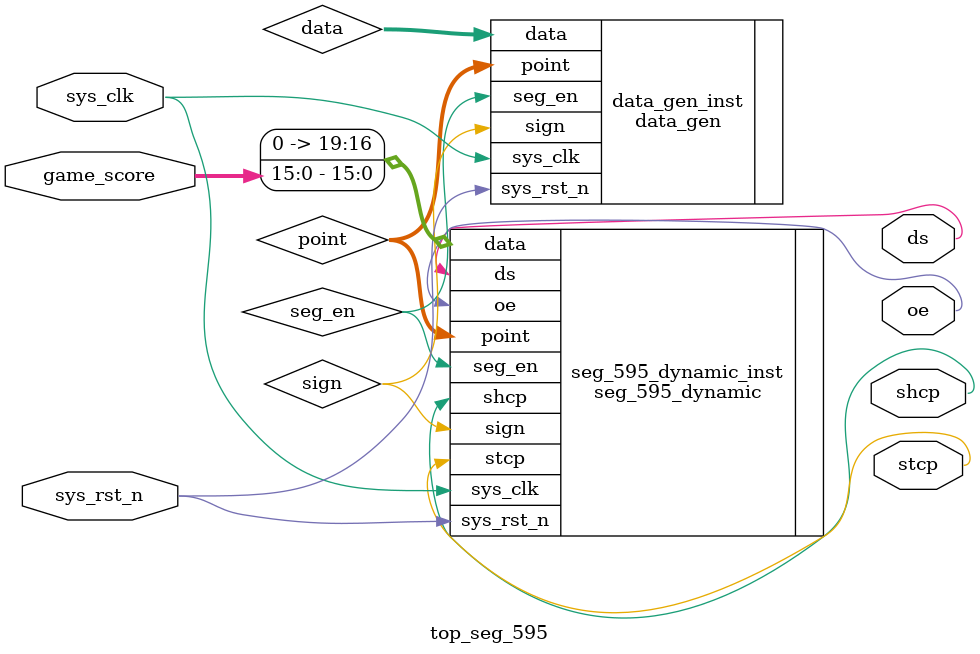
<source format=v>
`timescale  1ns/1ns

module  top_seg_595
(
    input   wire            sys_clk     ,   //系统时钟，频率50MHz
    input   wire            sys_rst_n   ,   //复位信号，低电平有效
	 
	 input   wire  [15:0]    game_score,

    output  wire            stcp        ,   //输出数据存储寄时钟
    output  wire            shcp        ,   //移位寄存器的时钟输入
    output  wire            ds          ,   //串行数据输入
    output  wire            oe              //输出使能信号
);

//********************************************************************//
//******************** Parameter And Internal Signal *****************//
//********************************************************************//
//wire  define
wire    [19:0]  data    ;   //数码管要显示的值
wire    [5:0]   point   ;   //小数点显示,高电平有效top_seg_595
wire            seg_en  ;   //数码管使能信号，高电平有效
wire            sign    ;   //符号位，高电平显示负号

//********************************************************************//
//**************************** Main Code *****************************//
//********************************************************************//
//-------------data_gen_inst--------------
data_gen    data_gen_inst
(
    .sys_clk     (sys_clk  ),   //系统时钟，频率50MHz
    .sys_rst_n   (sys_rst_n),   //复位信号，低电平有效
    
    .data        (data     ),   //数码管要显示的值
    .point       (point    ),   //小数点显示,高电平有效
    .seg_en      (seg_en   ),   //数码管使能信号，高电平有效
    .sign        (sign     )    //符号位，高电平显示负号
);

//-------------seg7_dynamic_inst--------------
seg_595_dynamic    seg_595_dynamic_inst
(
    .sys_clk    (sys_clk   ),   //系统时钟，频率50MHz
    .sys_rst_n  (sys_rst_n ),   //复位信号，低有效
//    .data       (data      ),   //数码管要显示的值

	  .data       ({4'b0,game_score}      ),   //数码管要显示的值
	
    .point      (point     ),   //小数点显示,高电平有效
    .seg_en     (seg_en    ),   //数码管使能信号，高电平有效
    .sign       (sign      ),   //符号位，高电平显示负号

    .stcp       (stcp      ),   //输出数据存储寄时钟
    .shcp       (shcp      ),   //移位寄存器的时钟输入
    .ds         (ds        ),   //串行数据输入
    .oe         (oe        )    //输出使能信号
);
endmodule

</source>
